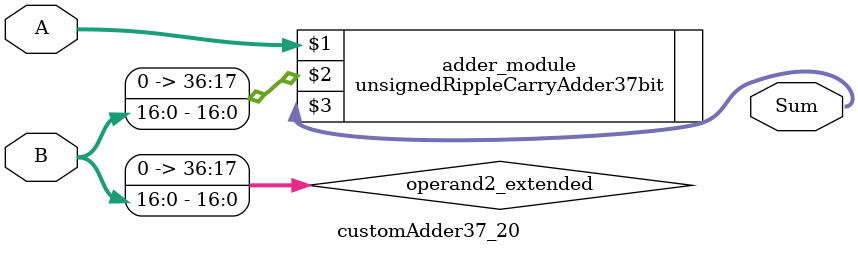
<source format=v>
module customAdder37_20(
                        input [36 : 0] A,
                        input [16 : 0] B,
                        
                        output [37 : 0] Sum
                );

        wire [36 : 0] operand2_extended;
        
        assign operand2_extended =  {20'b0, B};
        
        unsignedRippleCarryAdder37bit adder_module(
            A,
            operand2_extended,
            Sum
        );
        
        endmodule
        
</source>
